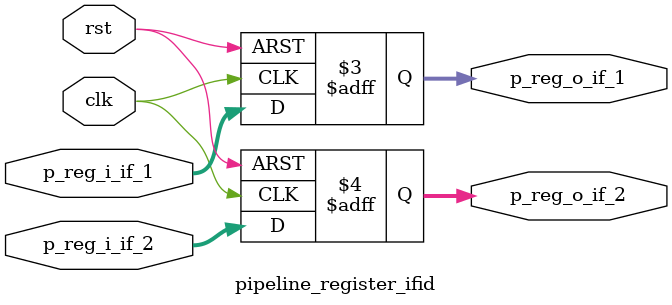
<source format=v>
module pipeline_register_ifid(
    input clk,
    input rst,
    input [31:0] p_reg_i_if_1, //pc address
    input [31:0] p_reg_i_if_2, //instruction
    output reg [31:0] p_reg_o_if_1,
    output reg [31:0] p_reg_o_if_2
);

    always @ (posedge clk, negedge rst) begin
        if (rst == 1'b0)begin
            p_reg_o_if_1 <= 32'h0;
            p_reg_o_if_2 <= 32'h0;
        end
        else begin
            p_reg_o_if_1 <= p_reg_i_if_1;
            p_reg_o_if_2 <= p_reg_i_if_2;
        end
    end

endmodule

</source>
